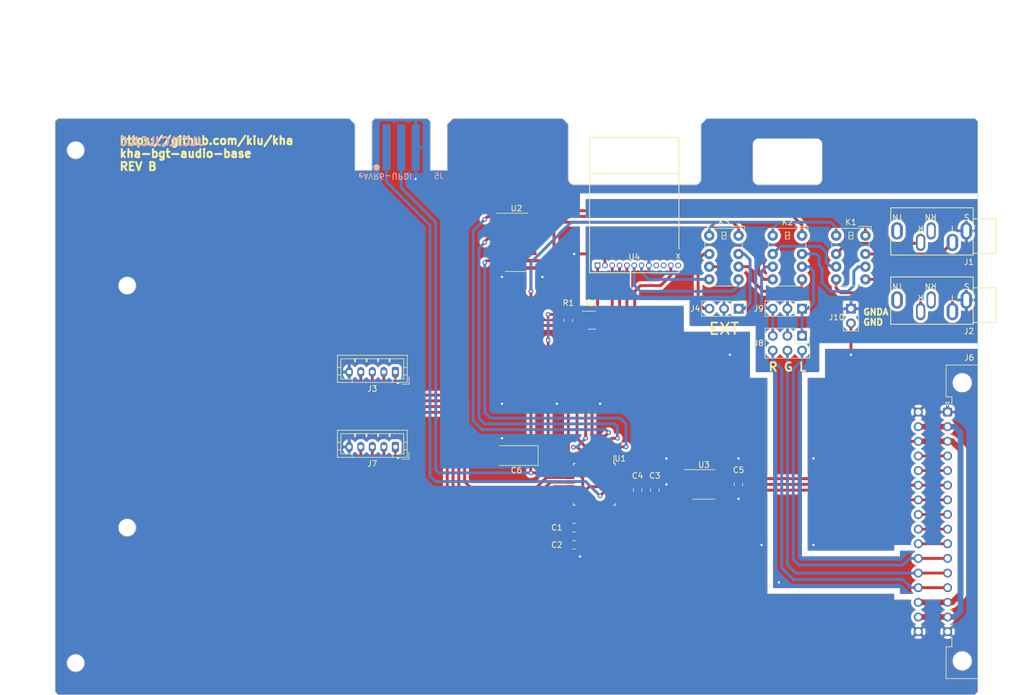
<source format=kicad_pcb>
(kicad_pcb (version 20221018) (generator pcbnew)
  (layers (0 "F.Cu" signal) (31 "B.Cu" signal) (34 "B.Paste" user) (35 "F.Paste" user) (36 "B.SilkS" user "B.Silkscreen") (37 "F.SilkS" user "F.Silkscreen") (38 "B.Mask" user) (39 "F.Mask" user) (44 "Edge.Cuts" user))
  (net 0 "")
  (net 1 "GNDA")
  (net 2 "UPDI")
  (net 3 "AUDIO_LEFT")
  (net 4 "AUDIO_RIGHT")
  (net 5 "SR03")
  (net 6 "SR02")
  (net 7 "SR01")
  (net 8 "GND")
  (net 9 "+5V")
  (net 10 "R01")
  (net 11 "R02")
  (net 12 "R03")
  (net 13 "S_BT_VCC")
  (net 14 "Net-(J4-Pin_1)")
  (net 15 "Net-(J4-Pin_3)")
  (net 16 "BT_VCC")
  (net 17 "Net-(J1-PadT)")
  (net 18 "Net-(K1-Pad3)")
  (net 19 "Net-(J2-PadT)")
  (net 20 "Net-(J2-PadR)")
  (net 21 "Net-(K1-Pad6)")
  (net 22 "Net-(J1-PadR)")
  (net 23 "Net-(K2-Pad4)")
  (net 24 "Net-(K2-Pad5)")
  (net 25 "BUS_DIR")
  (net 26 "BUS_TX")
  (net 27 "BUS_RX")
  (net 28 "Net-(U4-LEFT)")
  (net 29 "Net-(U4-RIGHT)")
  (net 37 "BT_CON")
  (net 38 "BT_LNK")
  (net 39 "LED01")
  (net 40 "LED02")
  (net 41 "LED03")
  (net 42 "LED04")
  (net 43 "BTN01")
  (net 44 "BTN02")
  (net 45 "BTN03")
  (net 46 "BTN04")
  (net 55 "+12V")
  (net 56 "RS485_INT_A")
  (net 57 "RS485_INT_B")
  (net 58 "RS485_A")
  (net 59 "RS485_B")
  (net 60 "BUS01")
  (net 61 "BUS02")
  (net 62 "BUS03")
  (net 63 "BUS04")
  (net 64 "BUS05")
  (net 65 "BUS06")
  (net 66 "BT_RX")
  (net 67 "BT_TX")
  (footprint "kiu:Relay_DPDT_HDF4-5" (layer "F.Cu") (at 240.5125 60.3175 -90)
    (fp_text reference "K1")
    (fp_text value "HFD4/5")
  )
  (footprint "kiu:PJ-325C5" (layer "F.Cu") (at 254.075 59.625 180)
    (fp_text reference "J1")
    (fp_text value "AudioJack3")
  )
  (footprint "Capacitor_Tantalum_SMD:CP_EIA-6032-28_Kemet-C" (layer "F.Cu") (at 180 98.5 180)
    (fp_text reference "C6")
    (fp_text value "220uF")
  )
  (footprint "kiu:Relay_DPDT_HDF4-5" (layer "F.Cu") (at 229.5125 60.3175 -90)
    (fp_text reference "K2")
    (fp_text value "HFD4/5")
  )
  (footprint "Resistor_SMD:R_0805_2012Metric" (layer "F.Cu") (at 189 75 90)
    (fp_text reference "R1")
    (fp_text value "10k")
  )
  (footprint "kiu:KCX_BT_EMITTER_V1.7 12P" (layer "F.Cu") (at 200.42 55.02)
    (fp_text reference "U4")
    (fp_text value "KCX_BT_EMITTER_1.7")
  )
  (footprint "Capacitor_SMD:C_0805_2012Metric" (layer "F.Cu") (at 190 111)
    (fp_text reference "C1")
    (fp_text value "10nF")
  )
  (footprint "Connector_DIN:DIN41612_C2_2x16_Male_Horizontal_THT" (layer "F.Cu") (at 254.76 90.945 -90)
    (fp_text reference "J6")
    (fp_text value "DIN41612_02x16_AC")
  )
  (footprint "Connector_JST:JST_PH_B5B-PH-K_1x05_P2.00mm_Vertical" (layer "F.Cu") (at 159 84 180)
    (fp_text reference "J3")
    (fp_text value "Conn_01x05")
  )
  (footprint "Package_SO:SOIC-8_3.9x4.9mm_P1.27mm" (layer "F.Cu") (at 212.5 103.5)
    (fp_text reference "U3")
    (fp_text value "SP481E")
  )
  (footprint "Package_TO_SOT_SMD:SOT-23" (layer "F.Cu") (at 193.0625 75)
    (fp_text reference "Q1")
    (fp_text value "DMG2301L")
  )
  (footprint "Package_QFP:TQFP-32_7x7mm_P0.8mm" (layer "F.Cu") (at 193.5 103.5 -90)
    (fp_text reference "U1")
    (fp_text value "AVR64DD32")
  )
  (footprint "Capacitor_SMD:C_0805_2012Metric" (layer "F.Cu") (at 204 104.5 90)
    (fp_text reference "C3")
    (fp_text value "100nF")
  )
  (footprint "Capacitor_SMD:C_0805_2012Metric" (layer "F.Cu") (at 218.5 103.5 -90)
    (fp_text reference "C5")
    (fp_text value "100nF")
  )
  (footprint "Capacitor_SMD:C_0805_2012Metric" (layer "F.Cu") (at 201 104.5 90)
    (fp_text reference "C4")
    (fp_text value "10nF")
  )
  (footprint "Connector_PinHeader_2.54mm:PinHeader_2x03_P2.54mm_Vertical" (layer "F.Cu") (at 229.525 77.725 -90)
    (fp_text reference "J8")
    (fp_text value "Conn_02x03_Odd_Even")
  )
  (footprint "Connector_JST:JST_PH_B5B-PH-K_1x05_P2.00mm_Vertical" (layer "F.Cu") (at 159 97 180)
    (fp_text reference "J7")
    (fp_text value "Conn_01x05")
  )
  (footprint "kiu:Relay_DPDT_HDF4-5" (layer "F.Cu") (at 218.5125 60.3175 -90)
    (fp_text reference "K3")
    (fp_text value "HFD4/5")
  )
  (footprint "Connector_PinHeader_2.54mm:PinHeader_1x02_P2.54mm_Vertical" (layer "F.Cu") (at 238 73)
    (fp_text reference "J10")
    (fp_text value "1x02_Jumper")
  )
  (footprint "Package_SO:SOP-16_3.9x9.9mm_P1.27mm" (layer "F.Cu") (at 180 61.5)
    (fp_text reference "U2")
    (fp_text value "ULN2003")
  )
  (footprint "Capacitor_SMD:C_0805_2012Metric" (layer "F.Cu") (at 190 114)
    (fp_text reference "C2")
    (fp_text value "100nF")
  )
  (footprint "kiu:PJ-325C5" (layer "F.Cu") (at 254.075 71.625 180)
    (fp_text reference "J2")
    (fp_text value "AudioJack3")
  )
  (footprint "Connector_PinHeader_2.54mm:PinHeader_1x03_P2.54mm_Vertical" (layer "F.Cu") (at 218.54 73 -90)
    (fp_text reference "J4")
    (fp_text value "Conn_01x03")
  )
  (footprint "Connector_PinHeader_2.54mm:PinHeader_1x03_P2.54mm_Vertical" (layer "F.Cu") (at 229.525 73 -90)
    (fp_text reference "J9")
    (fp_text value "Conn_01x03")
  )
  (footprint "kiu-eAVR:eAVR6-UPDI-F" (layer "B.Cu") (at 160 40)
    (fp_text reference "J5")
    (fp_text value "AVR-UPDI-6" hide)
    (fp_line (start -5.08 0.5) (end -4.58 0) (stroke (width 0.12)) (layer "Edge.Cuts"))
    (fp_line (start -5.08 9) (end -5.08 0.5) (stroke (width 0.12)) (layer "Edge.Cuts"))
    (fp_line (start -4.58 0) (end 4.58 0) (stroke (width 0.12)) (layer "Edge.Cuts"))
    (fp_line (start 5.08 0.5) (end 4.58 0) (stroke (width 0.12)) (layer "Edge.Cuts"))
    (fp_line (start 5.08 9) (end 5.08 0.5) (stroke (width 0.12)) (layer "Edge.Cuts"))
  )
  (gr_line (start 233 50.5) (end 233 44.5) (stroke (width 0.1)) (layer "Edge.Cuts"))
  (gr_line (start 152 41) (end 151 40) (stroke (width 0.1)) (layer "Edge.Cuts"))
  (gr_circle (center 103.57 134.5) (end 105.07 134.5) (stroke (width 0.1)) (fill none) (layer "Edge.Cuts"))
  (gr_arc (start 222 51.5) (mid 221.292893 51.207107) (end 221 50.5) (stroke (width 0.1)) (layer "Edge.Cuts"))
  (gr_line (start 221 44.5) (end 221 50.5) (stroke (width 0.1)) (layer "Edge.Cuts"))
  (gr_line (start 212 50.5) (end 212 41) (stroke (width 0.1)) (layer "Edge.Cuts"))
  (gr_line (start 212 41) (end 213 40) (stroke (width 0.1)) (layer "Edge.Cuts"))
  (gr_line (start 154.92 49) (end 152 49) (stroke (width 0.1)) (layer "Edge.Cuts"))
  (gr_line (start 190 51.5) (end 211 51.5) (stroke (width 0.1)) (layer "Edge.Cuts"))
  (gr_arc (start 190 51.5) (mid 189.292893 51.207107) (end 189 50.5) (stroke (width 0.1)) (layer "Edge.Cuts"))
  (gr_line (start 259.5 140) (end 100.5 140) (stroke (width 0.1)) (layer "Edge.Cuts"))
  (gr_line (start 189 41) (end 189 50.5) (stroke (width 0.1)) (layer "Edge.Cuts"))
  (gr_line (start 189 41) (end 188 40) (stroke (width 0.1)) (layer "Edge.Cuts"))
  (gr_line (start 165.08 49) (end 168 49) (stroke (width 0.1)) (layer "Edge.Cuts"))
  (gr_arc (start 212 50.5) (mid 211.707107 51.207107) (end 211 51.5) (stroke (width 0.1)) (layer "Edge.Cuts"))
  (gr_line (start 100 139.5) (end 100 40.5) (stroke (width 0.1)) (layer "Edge.Cuts"))
  (gr_circle (center 112.5 69) (end 114 69) (stroke (width 0.1)) (fill none) (layer "Edge.Cuts"))
  (gr_line (start 100 139.5) (end 100.5 140) (stroke (width 0.1)) (layer "Edge.Cuts"))
  (gr_line (start 259.5 40) (end 260 40.5) (stroke (width 0.1)) (layer "Edge.Cuts"))
  (gr_arc (start 221 44.5) (mid 221.292893 43.792893) (end 222 43.5) (stroke (width 0.1)) (layer "Edge.Cuts"))
  (gr_line (start 152 49) (end 152 41) (stroke (width 0.1)) (layer "Edge.Cuts"))
  (gr_line (start 188 40) (end 169 40) (stroke (width 0.1)) (layer "Edge.Cuts"))
  (gr_line (start 100.5 40) (end 151 40) (stroke (width 0.1)) (layer "Edge.Cuts"))
  (gr_circle (center 103.57 45.5) (end 105.07 45.5) (stroke (width 0.1)) (fill none) (layer "Edge.Cuts"))
  (gr_line (start 259.5 140) (end 260 139.5) (stroke (width 0.1)) (layer "Edge.Cuts"))
  (gr_line (start 168 41) (end 169 40) (stroke (width 0.1)) (layer "Edge.Cuts"))
  (gr_line (start 260 40.5) (end 260 139.5) (stroke (width 0.1)) (layer "Edge.Cuts"))
  (gr_line (start 222 51.5) (end 232 51.5) (stroke (width 0.1)) (layer "Edge.Cuts"))
  (gr_line (start 100 40.5) (end 100.5 40) (stroke (width 0.1)) (layer "Edge.Cuts"))
  (gr_line (start 213 40) (end 259.5 40) (stroke (width 0.1)) (layer "Edge.Cuts"))
  (gr_line (start 232 43.5) (end 222 43.5) (stroke (width 0.1)) (layer "Edge.Cuts"))
  (gr_arc (start 233 50.5) (mid 232.707107 51.207107) (end 232 51.5) (stroke (width 0.1)) (layer "Edge.Cuts"))
  (gr_arc (start 232 43.5) (mid 232.707107 43.792893) (end 233 44.5) (stroke (width 0.1)) (layer "Edge.Cuts"))
  (gr_line (start 168 49) (end 168 41) (stroke (width 0.1)) (layer "Edge.Cuts"))
  (gr_circle (center 112.5 111) (end 114 111) (stroke (width 0.1)) (fill none) (layer "Edge.Cuts"))
  (gr_text "JLCJLCJLCJLC" (at 111 44) (layer "B.SilkS") (effects (font (size 1.4 1.4) (thickness 0.35) bold) (justify right mirror)))
  (gr_text "https://github.com/kiu/kha\nkha-bgt-audio-base\nREV B" (at 111 43) (layer "F.SilkS") (effects (font (size 1.4 1.4) (thickness 0.35) bold) (justify left top)))
  (gr_text "R G L" (at 227 84) (layer "F.SilkS") (effects (font (size 1.5 1.5) (thickness 0.3) bold) (justify bottom)))
  (gr_text "GNDA\nGND" (at 240 76) (layer "F.SilkS") (effects (font (size 1.1 1.1) (thickness 0.275) bold) (justify left bottom)))
  (gr_text "EXT" (at 216 76.5) (layer "F.SilkS") (effects (font (size 2 2) (thickness 0.3))))
  (segment (start 202.96 65.5) (end 202.96 64.04) (width 0.5) (layer "F.Cu") (net 1))
  (segment (start 202.96 65.5) (end 202.96 66.96) (width 0.5) (layer "F.Cu") (net 1))
  (via (at 225.5 120.5) (size 0.8) (drill 0.4) (layers "F.Cu" "B.Cu") (net 1))
  (segment (start 226.985 73) (end 226.985 71.515) (width 0.5) (layer "B.Cu") (net 1))
  (segment (start 203 65.5) (end 203 64.04) (width 0.5) (layer "B.Cu") (net 1))
  (segment (start 226.985 77.725) (end 226.985 73) (width 0.5) (layer "B.Cu") (net 1))
  (segment (start 202.96 65.5) (end 202.96 66.46) (width 0.5) (layer "B.Cu") (net 1))
  (segment (start 195.3 104.7) (end 194.5 105.5) (width 0.5) (layer "F.Cu") (net 2))
  (segment (start 197.75 104.7) (end 195.3 104.7) (width 0.5) (layer "F.Cu") (net 2))
  (via (at 194.5 105.5) (size 0.8) (drill 0.4) (layers "F.Cu" "B.Cu") (net 2))
  (segment (start 166 103) (end 192 103) (width 0.5) (layer "B.Cu") (net 2))
  (segment (start 192 103) (end 194.5 105.5) (width 0.5) (layer "B.Cu") (net 2))
  (segment (start 165 58.54) (end 165 102) (width 0.5) (layer "B.Cu") (net 2))
  (segment (start 157.46 45) (end 157.46 51) (width 0.5) (layer "B.Cu") (net 2))
  (segment (start 157.46 51) (end 165 58.54) (width 0.5) (layer "B.Cu") (net 2))
  (segment (start 165 102) (end 166 103) (width 0.5) (layer "B.Cu") (net 2))
  (segment (start 229.525 74.975) (end 229.525 77.725) (width 0.5) (layer "B.Cu") (net 3))
  (segment (start 231.5 66.5) (end 231.5 72) (width 0.5) (layer "B.Cu") (net 3))
  (segment (start 230.5 73) (end 231.5 72) (width 0.5) (layer "B.Cu") (net 3))
  (segment (start 230.7175 65.7175) (end 229.5125 65.7175) (width 0.5) (layer "B.Cu") (net 3))
  (segment (start 229.525 73) (end 229.525 74.975) (width 0.5) (layer "B.Cu") (net 3))
  (segment (start 229.525 73) (end 230.5 73) (width 0.5) (layer "B.Cu") (net 3))
  (segment (start 231.5 66.5) (end 230.7175 65.7175) (width 0.5) (layer "B.Cu") (net 3))
  (segment (start 223.5 73) (end 224.445 73) (width 0.5) (layer "B.Cu") (net 4))
  (segment (start 224.445 74.945) (end 224.445 77.725) (width 0.5) (layer "B.Cu") (net 4))
  (segment (start 222.5 66.5) (end 222.5 72) (width 0.5) (layer "B.Cu") (net 4))
  (segment (start 224.445 73) (end 224.445 74.945) (width 0.5) (layer "B.Cu") (net 4))
  (segment (start 224.4325 65.7175) (end 223.2825 65.7175) (width 0.5) (layer "B.Cu") (net 4))
  (segment (start 223.2825 65.7175) (end 222.5 66.5) (width 0.5) (layer "B.Cu") (net 4))
  (segment (start 222.5 72) (end 223.5 73) (width 0.5) (layer "B.Cu") (net 4))
  (segment (start 174.5 61.5) (end 174.5 61.365) (width 0.5) (layer "F.Cu") (net 5))
  (segment (start 194.7 99.25) (end 194.7 97.5) (width 0.5) (layer "F.Cu") (net 5))
  (segment (start 194.7 97.3) (end 196.5 95.5) (width 0.5) (layer "F.Cu") (net 5))
  (segment (start 177.5 60.865) (end 175 60.865) (width 0.5) (layer "F.Cu") (net 5))
  (segment (start 196.5 95.5) (end 197.5 95.5) (width 0.5) (layer "F.Cu") (net 5))
  (segment (start 174.5 61.365) (end 175 60.865) (width 0.5) (layer "F.Cu") (net 5))
  (segment (start 194.7 97.5) (end 194.7 97.3) (width 0.5) (layer "F.Cu") (net 5))
  (via (at 174.5 61.5) (size 0.8) (drill 0.4) (layers "F.Cu" "B.Cu") (net 5))
  (via (at 197.5 95.5) (size 0.8) (drill 0.4) (layers "F.Cu" "B.Cu") (net 5))
  (segment (start 197.5 93.5) (end 197 93) (width 0.5) (layer "B.Cu") (net 5))
  (segment (start 173.5 92) (end 173.5 62.5) (width 0.5) (layer "B.Cu") (net 5))
  (segment (start 173.5 62.5) (end 174.5 61.5) (width 0.5) (layer "B.Cu") (net 5))
  (segment (start 197 93) (end 174.5 93) (width 0.5) (layer "B.Cu") (net 5))
  (segment (start 174.5 93) (end 173.5 92) (width 0.5) (layer "B.Cu") (net 5))
  (segment (start 197.5 95.5) (end 197.5 93.5) (width 0.5) (layer "B.Cu") (net 5))
  (segment (start 177.5 64.675) (end 174.825 64.675) (width 0.5) (layer "F.Cu") (net 6))
  (segment (start 196.5 97) (end 199 97) (width 0.5) (layer "F.Cu") (net 6))
  (segment (start 195.5 99.25) (end 195.5 98) (width 0.5) (layer "F.Cu") (net 6))
  (segment (start 174.825 64.675) (end 174.5 65) (width 0.5) (layer "F.Cu") (net 6))
  (segment (start 195.5 98) (end 196.5 97) (width 0.5) (layer "F.Cu") (net 6))
  (via (at 199 97) (size 0.8) (drill 0.4) (layers "F.Cu" "B.Cu") (net 6))
  (via (at 174.5 65) (size 0.8) (drill 0.4) (layers "F.Cu" "B.Cu") (net 6))
  (segment (start 175.5 92) (end 174.5 91) (width 0.5) (layer "B.Cu") (net 6))
  (segment (start 199 93) (end 198 92) (width 0.5) (layer "B.Cu") (net 6))
  (segment (start 198 92) (end 175.5 92) (width 0.5) (layer "B.Cu") (net 6))
  (segment (start 199 97) (end 199 93) (width 0.5) (layer "B.Cu") (net 6))
  (segment (start 174.5 91) (end 174.5 65) (width 0.5) (layer "B.Cu") (net 6))
  (segment (start 193.9 99.25) (end 193.9 97) (width 0.5) (layer "F.Cu") (net 7))
  (segment (start 193.9 97) (end 193.9 96.6) (width 0.5) (layer "F.Cu") (net 7))
  (segment (start 193.9 96.6) (end 196 94.5) (width 0.5) (layer "F.Cu") (net 7))
  (segment (start 174.945 57.055) (end 174.5 57.5) (width 0.5) (layer "F.Cu") (net 7))
  (segment (start 177.5 57.055) (end 174.945 57.055) (width 0.5) (layer "F.Cu") (net 7))
  (via (at 196 94.5) (size 0.8) (drill 0.4) (layers "F.Cu" "B.Cu") (net 7))
  (via (at 174.5 57.5) (size 0.8) (drill 0.4) (layers "F.Cu" "B.Cu") (net 7))
  (segment (start 174 94) (end 172.5 92.5) (width 0.5) (layer "B.Cu") (net 7))
  (segment (start 195.5 94) (end 196 94.5) (width 0.5) (layer "B.Cu") (net 7))
  (segment (start 174 94) (end 195.5 94) (width 0.5) (layer "B.Cu") (net 7))
  (segment (start 172.5 59.5) (end 174.5 57.5) (width 0.5) (layer "B.Cu") (net 7))
  (segment (start 172.5 92.5) (end 172.5 59.5) (width 0.5) (layer "B.Cu") (net 7))
  (segment (start 202.55 103.55) (end 202.5 103.5) (width 0.5) (layer "F.Cu") (net 8))
  (segment (start 194.5 63.5) (end 194.17 63.5) (width 0.5) (layer "F.Cu") (net 8))
  (segment (start 192.3 109.65) (end 190.95 111) (width 0.5) (layer "F.Cu") (net 8))
  (segment (start 190.95 112.55) (end 190.95 114) (width 0.5) (layer "F.Cu") (net 8))
  (segment (start 202.5 103.5) (end 202.45 103.55) (width 0.5) (layer "F.Cu") (net 8))
  (segment (start 197.75 103.1) (end 200.55 103.1) (width 0.5) (layer "F.Cu") (net 8))
  (segment (start 190.95 111) (end 190.95 112.45) (width 0.5) (layer "F.Cu") (net 8))
  (segment (start 202.45 103.55) (end 201 103.55) (width 0.5) (layer "F.Cu") (net 8))
  (segment (start 204 103.55) (end 202.55 103.55) (width 0.5) (layer "F.Cu") (net 8))
  (segment (start 238 75.54) (end 238 81) (width 0.5) (layer "F.Cu") (net 8))
  (segment (start 195.34 64.34) (end 194.5 63.5) (width 0.5) (layer "F.Cu") (net 8))
  (segment (start 195.34 65.5) (end 195.34 64.34) (width 0.5) (layer "F.Cu") (net 8))
  (segment (start 191 112.5) (end 190.95 112.55) (width 0.5) (layer "F.Cu") (net 8))
  (segment (start 200.55 103.1) (end 201 103.55) (width 0.5) (layer "F.Cu") (net 8))
  (segment (start 190.95 112.45) (end 191 112.5) (width 0.5) (layer "F.Cu") (net 8))
  (segment (start 192.3 107.75) (end 192.3 109.65) (width 0.5) (layer "F.Cu") (net 8))
  (segment (start 194.17 63.5) (end 190 63.5) (width 0.5) (layer "F.Cu") (net 8))
  (via (at 231.5 99) (size 0.8) (drill 0.4) (layers "F.Cu" "B.Cu") (net 8))
  (via (at 162.5 50.5) (size 0.8) (drill 0.4) (layers "F.Cu" "B.Cu") (net 8))
  (via (at 194.5 89.5) (size 0.8) (drill 0.4) (layers "F.Cu" "B.Cu") (net 8))
  (via (at 217 81) (size 0.8) (drill 0.4) (layers "F.Cu" "B.Cu") (net 8))
  (via (at 231.5 114) (size 0.8) (drill 0.4) (layers "F.Cu" "B.Cu") (net 8))
  (via (at 184.5 67.5) (size 0.8) (drill 0.4) (layers "F.Cu" "B.Cu") (net 8))
  (via (at 177.5 95.5) (size 0.8) (drill 0.4) (layers "F.Cu" "B.Cu") (net 8))
  (via (at 218.5 99) (size 0.8) (drill 0.4) (layers "F.Cu" "B.Cu") (net 8))
  (via (at 218.5 106) (size 0.8) (drill 0.4) (layers "F.Cu" "B.Cu") (net 8))
  (via (at 177.5 89.5) (size 0.8) (drill 0.4) (layers "F.Cu" "B.Cu") (net 8))
  (via (at 187 89.5) (size 0.8) (drill 0.4) (layers "F.Cu" "B.Cu") (net 8))
  (via (at 190 63.5) (size 0.8) (drill 0.4) (layers "F.Cu" "B.Cu") (net 8))
  (via (at 177.5 67.5) (size 0.8) (drill 0.4) (layers "F.Cu" "B.Cu") (net 8))
  (via (at 238 81) (size 0.8) (drill 0.4) (layers "F.Cu" "B.Cu") (net 8))
  (via (at 206 103.5) (size 0.8) (drill 0.4) (layers "F.Cu" "B.Cu") (net 8))
  (via (at 191 116) (size 0.8) (drill 0.4) (layers "F.Cu" "B.Cu") (net 8))
  (via (at 222.5 114) (size 0.8) (drill 0.4) (layers "F.Cu" "B.Cu") (net 8))
  (via (at 206 99) (size 0.8) (drill 0.4) (layers "F.Cu" "B.Cu") (net 8))
  (segment (start 182.5 65.945) (end 182.5 70) (width 0.5) (layer "F.Cu") (net 9))
  (segment (start 256.025 96.525) (end 257 97.5) (width 1) (layer "F.Cu") (net 9))
  (segment (start 247.5 97.025) (end 247.5 101.5) (width 0.5) (layer "F.Cu") (net 9))
  (segment (start 191.5 102.45) (end 191.5 105) (width 0.5) (layer "F.Cu") (net 9))
  (segment (start 189.05 114) (end 189.05 111) (width 0.5) (layer "F.Cu") (net 9))
  (segment (start 211.75 106.25) (end 211 107) (width 0.5) (layer "F.Cu") (net 9))
  (segment (start 189.25 101.5) (end 190.55 101.5) (width 0.5) (layer "F.Cu") (net 9))
  (segment (start 255.535 123.965) (end 257 122.5) (width 1) (layer "F.Cu") (net 9))
  (segment (start 192.125 75.95) (end 189.0375 75.95) (width 0.5) (layer "F.Cu") (net 9))
  (segment (start 249.58 95.925) (end 249.68 96.025) (width 1) (layer "F.Cu") (net 9))
  (segment (start 191.05 109.5) (end 190.55 109.5) (width 0.5) (layer "F.Cu") (net 9))
  (segment (start 254.76 123.965) (end 249.68 123.965) (width 1) (layer "F.Cu") (net 9))
  (segment (start 198.9 103.9) (end 200.45 105.45) (width 0.5) (layer "F.Cu") (net 9))
  (segment (start 189.0375 75.95) (end 189 75.9125) (width 0.5) (layer "F.Cu") (net 9))
  (segment (start 211 107) (end 205.55 107) (width 0.5) (layer "F.Cu") (net 9))
  (segment (start 197.75 103.9) (end 192.6 103.9) (width 0.5) (layer "F.Cu") (net 9))
  (segment (start 182.5 70) (end 182.5 75) (width 0.5) (layer "F.Cu") (net 9))
  (segment (start 192.6 103.9) (end 191.5 105) (width 0.5) (layer "F.Cu") (net 9))
  (segment (start 257 103.903) (end 257 122.5) (width 1) (layer "F.Cu") (net 9))
  (segment (start 190.55 109.5) (end 189.05 111) (width 0.5) (layer "F.Cu") (net 9))
  (segment (start 182.4625 98.5) (end 182.4625 101.4625) (width 0.5) (layer "F.Cu") (net 9))
  (segment (start 255.5 96) (end 256.025 96.525) (width 1) (layer "F.Cu") (net 9))
  (segment (start 254.76 96.025) (end 254.785 96) (width 1) (layer "F.Cu") (net 9))
  (segment (start 205.55 107) (end 204 105.45) (width 0.5) (layer "F.Cu") (net 9))
  (segment (start 182.5 84.5) (end 182.5 99) (width 0.5) (layer "F.Cu") (net 9))
  (segment (start 217.545 101.595) (end 218.5 102.55) (width 0.5) (layer "F.Cu") (net 9))
  (segment (start 183.4125 75.9125) (end 182.5 75) (width 0.5) (layer "F.Cu") (net 9))
  (segment (start 201 105.45) (end 204 105.45) (width 0.5) (layer "F.Cu") (net 9))
  (segment (start 197.75 103.9) (end 198.9 103.9) (width 0.5) (layer "F.Cu") (net 9))
  (segment (start 191.5 109.05) (end 191.05 109.5) (width 0.5) (layer "F.Cu") (net 9))
  (segment (start 257 97.5) (end 257 103.903) (width 1) (layer "F.Cu") (net 9))
  (segment (start 254.785 96) (end 255.5 96) (width 1) (layer "F.Cu") (net 9))
  (segment (start 249.68 96.025) (end 248.5 96.025) (width 0.5) (layer "F.Cu") (net 9))
  (segment (start 254.76 123.965) (end 255.535 123.965) (width 1) (layer "F.Cu") (net 9))
  (segment (start 211.75 103.5) (end 211.75 106.25) (width 0.5) (layer "F.Cu") (net 9))
  (segment (start 189.25 101.5) (end 185 101.5) (width 0.5) (layer "F.Cu") (net 9))
  (segment (start 214.975 101.595) (end 213.655 101.595) (width 0.5) (layer "F.Cu") (net 9))
  (segment (start 189 75.9125) (end 183.4125 75.9125) (width 0.5) (layer "F.Cu") (net 9))
  (segment (start 182.5 75) (end 182.5 84.5) (width 0.5) (layer "F.Cu") (net 9))
  (segment (start 182.4625 101.4625) (end 182.5 101.5) (width 0.5) (layer "F.Cu") (net 9))
  (segment (start 191.5 107.75) (end 191.5 109.05) (width 0.5) (layer "F.Cu") (net 9))
  (segment (start 218.55 102.5) (end 218.5 102.55) (width 0.5) (layer "F.Cu") (net 9))
  (segment (start 200.45 105.45) (end 201 105.45) (width 0.5) (layer "F.Cu") (net 9))
  (segment (start 213.655 101.595) (end 211.75 103.5) (width 0.5) (layer "F.Cu") (net 9))
  (segment (start 248.5 96.025) (end 247.5 97.025) (width 0.5) (layer "F.Cu") (net 9))
  (segment (start 190.55 101.5) (end 191.5 102.45) (width 0.5) (layer "F.Cu") (net 9))
  (segment (start 191.5 105) (end 191.5 107.75) (width 0.5) (layer "F.Cu") (net 9))
  (segment (start 214.975 101.595) (end 217.545 101.595) (width 0.5) (layer "F.Cu") (net 9))
  (segment (start 185 101.5) (end 182.5 101.5) (width 0.5) (layer "F.Cu") (net 9))
  (segment (start 246.5 102.5) (end 218.55 102.5) (width 0.5) (layer "F.Cu") (net 9))
  (segment (start 254.76 96.025) (end 249.68 96.025) (width 1) (layer "F.Cu") (net 9))
  (segment (start 247.5 101.5) (end 246.5 102.5) (width 0.5) (layer "F.Cu") (net 9))
  (via (at 182.5 70) (size 0.8) (drill 0.4) (layers "F.Cu" "B.Cu") (net 9))
  (via (at 182.5 101.5) (size 0.8) (drill 0.4) (layers "F.Cu" "B.Cu") (net 9))
  (segment (start 189.5 58) (end 182.5 65) (width 0.5) (layer "B.Cu") (net 9))
  (segment (start 214.5 58) (end 189.5 58) (width 0.5) (layer "B.Cu") (net 9))
  (segment (start 234.5 58) (end 235.4325 58.9325) (width 0.5) (layer "B.Cu") (net 9))
  (segment (start 225.5 58) (end 234.5 58) (width 0.5) (layer "B.Cu") (net 9))
  (segment (start 225.5 58) (end 214.5 58) (width 0.5) (layer "B.Cu") (net 9))
  (segment (start 224.4325 59.0675) (end 224.4325 60.3175) (width 0.5) (layer "B.Cu") (net 9))
  (segment (start 182.5 101.5) (end 166.5 101.5) (width 0.5) (layer "B.Cu") (net 9))
  (segment (start 166 58) (end 160 52) (width 0.5) (layer "B.Cu") (net 9))
  (segment (start 235.4325 58.9325) (end 235.4325 60.3175) (width 0.5) (layer "B.Cu") (net 9))
  (segment (start 182.5 65) (end 182.5 70) (width 0.5) (layer "B.Cu") (net 9))
  (segment (start 213.4325 59.0675) (end 213.4325 60.3175) (width 0.5) (layer "B.Cu") (net 9))
  (segment (start 166.5 101.5) (end 166 101) (width 0.5) (layer "B.Cu") (net 9))
  (segment (start 225.5 58) (end 224.4325 59.0675) (width 0.5) (layer "B.Cu") (net 9))
  (segment (start 160 52) (end 160 45) (width 0.5) (layer "B.Cu") (net 9))
  (segment (start 166 101) (end 166 58) (width 0.5) (layer "B.Cu") (net 9))
  (segment (start 214.5 58) (end 213.4325 59.0675) (width 0.5) (layer "B.Cu") (net 9))
  (segment (start 240.5125 57.0125) (end 240.5125 60.3175) (width 0.5) (layer "F.Cu") (net 10))
  (segment (start 184.445 57.055) (end 185.5 56) (width 0.5) (layer "F.Cu") (net 10))
  (segment (start 185.5 56) (end 239.5 56) (width 0.5) (layer "F.Cu") (net 10))
  (segment (start 182.5 57.055) (end 184.445 57.055) (width 0.5) (layer "F.Cu") (net 10))
  (segment (start 239.5 56) (end 240.5125 57.0125) (width 0.5) (layer "F.Cu") (net 10))
  (segment (start 218.5125 59.0125) (end 218.5125 60.3175) (width 0.5) (layer "F.Cu") (net 11))
  (segment (start 186.5 64) (end 185.825 64.675) (width 0.5) (layer "F.Cu") (net 11))
  (segment (start 188 58) (end 217.5 58) (width 0.5) (layer "F.Cu") (net 11))
  (segment (start 186.5 59.5) (end 186.5 64) (width 0.5) (layer "F.Cu") (net 11))
  (segment (start 187 59) (end 188 58) (width 0.5) (layer "F.Cu") (net 11))
  (segment (start 185.825 64.675) (end 182.5 64.675) (width 0.5) (layer "F.Cu") (net 11))
  (segment (start 187 59) (end 186.5 59.5) (width 0.5) (layer "F.Cu") (net 11))
  (segment (start 217.5 58) (end 218.5125 59.0125) (width 0.5) (layer "F.Cu") (net 11))
  (segment (start 186.5 57) (end 228 57) (width 0.5) (layer "F.Cu") (net 12))
  (segment (start 228 57) (end 229.5125 58.5125) (width 0.5) (layer "F.Cu") (net 12))
  (segment (start 182.5 60.865) (end 184.635 60.865) (width 0.5) (layer "F.Cu") (net 12))
  (segment (start 184.635 60.865) (end 185 60.5) (width 0.5) (layer "F.Cu") (net 12))
  (segment (start 185 60.5) (end 185 58.5) (width 0.5) (layer "F.Cu") (net 12))
  (segment (start 229.5125 58.5125) (end 229.5125 60.3175) (width 0.5) (layer "F.Cu") (net 12))
  (segment (start 185 58.5) (end 186.5 57) (width 0.5) (layer "F.Cu") (net 12))
  (segment (start 185.5 99) (end 185.5 78.5) (width 0.5) (layer "F.Cu") (net 13))
  (segment (start 188.9125 74) (end 185.5 74) (width 0.5) (layer "F.Cu") (net 13))
  (segment (start 187.2 100.7) (end 185.5 99) (width 0.5) (layer "F.Cu") (net 13))
  (segment (start 192.125 74.05) (end 189.0375 74.05) (width 0.5) (layer "F.Cu") (net 13))
  (segment (start 189 74.0875) (end 188.9125 74) (width 0.5) (layer "F.Cu") (net 13))
  (segment (start 189.25 100.7) (end 187.2 100.7) (width 0.5) (layer "F.Cu") (net 13))
  (segment (start 189.0375 74.05) (end 189 74.0875) (width 0.5) (layer "F.Cu") (net 13))
  (via (at 185.5 78.5) (size 0.8) (drill 0.4) (layers "F.Cu" "B.Cu") (net 13))
  (via (at 185.5 74) (size 0.8) (drill 0.4) (layers "F.Cu" "B.Cu") (net 13))
  (segment (start 185.5 75) (end 185.5 74) (width 0.5) (layer "B.Cu") (net 13))
  (segment (start 185.5 75) (end 185.5 78.5) (width 0.5) (layer "B.Cu") (net 13))
  (segment (start 219.5175 63.5175) (end 220.5 64.5) (width 0.5) (layer "B.Cu") (net 14))
  (segment (start 220.5 64.5) (end 220.5 72) (width 0.5) (layer "B.Cu") (net 14))
  (segment (start 220.5 72) (end 219.5 73) (width 0.5) (layer "B.Cu") (net 14))
  (segment (start 219.5 73) (end 218.54 73) (width 0.5) (layer "B.Cu") (net 14))
  (segment (start 218.5125 63.5175) (end 219.5175 63.5175) (width 0.5) (layer "B.Cu") (net 14))
  (segment (start 213.4325 63.5175) (end 212.4825 63.5175) (width 0.5) (layer "F.Cu") (net 15))
  (segment (start 211.5 64.5) (end 211.5 72) (width 0.5) (layer "F.Cu") (net 15))
  (segment (start 211.5 72) (end 212.5 73) (width 0.5) (layer "F.Cu") (net 15))
  (segment (start 212.4825 63.5175) (end 211.5 64.5) (width 0.5) (layer "F.Cu") (net 15))
  (segment (start 212.5 73) (end 213.46 73) (width 0.5) (layer "F.Cu") (net 15))
  (segment (start 194.07 74.93) (end 194 75) (width 0.5) (layer "F.Cu") (net 16))
  (segment (start 194.07 65.5) (end 194.07 74.93) (width 0.5) (layer "F.Cu") (net 16))
  (segment (start 240.5125 63.5175) (end 253.5825 63.5175) (width 0.5) (layer "F.Cu") (net 17))
  (segment (start 253.5825 63.5175) (end 255.6 61.5) (width 0.5) (layer "F.Cu") (net 17))
  (segment (start 232.5 64) (end 232.5 65.5) (width 0.5) (layer "B.Cu") (net 18))
  (segment (start 232.0175 63.5175) (end 232.5 64) (width 0.5) (layer "B.Cu") (net 18))
  (segment (start 229.5125 63.5175) (end 232.0175 63.5175) (width 0.5) (layer "B.Cu") (net 18))
  (segment (start 233 68.5) (end 233 66) (width 0.5) (layer "B.Cu") (net 18))
  (segment (start 238.5 66.5) (end 239.2825 65.7175) (width 0.5) (layer "B.Cu") (net 18))
  (segment (start 233 68.5) (end 234.5 70) (width 0.5) (layer "B.Cu") (net 18))
  (segment (start 233 66) (end 232.5 65.5) (width 0.5) (layer "B.Cu") (net 18))
  (segment (start 234.5 70) (end 237.5 70) (width 0.5) (layer "B.Cu") (net 18))
  (segment (start 237.5 70) (end 238.5 69) (width 0.5) (layer "B.Cu") (net 18))
  (segment (start 239.2825 65.7175) (end 240.5125 65.7175) (width 0.5) (layer "B.Cu") (net 18))
  (segment (start 238.5 69) (end 238.5 66.5) (width 0.5) (layer "B.Cu") (net 18))
  (segment (start 240.5125 67.9175) (end 253.9175 67.9175) (width 0.5) (layer "F.Cu") (net 19))
  (segment (start 253.9175 67.9175) (end 255.6 69.6) (width 0.5) (layer "F.Cu") (net 19))
  (segment (start 255.6 69.6) (end 255.6 73.5) (width 0.5) (layer "F.Cu") (net 19))
  (segment (start 235.4325 67.9175) (end 235.4325 69.4325) (width 0.5) (layer "F.Cu") (net 20))
  (segment (start 249 69) (end 250.08 70.08) (width 0.5) (layer "F.Cu") (net 20))
  (segment (start 236.2425 70.2425) (end 241.7575 70.2425) (width 0.5) (layer "F.Cu") (net 20))
  (segment (start 250.08 70.08) (end 250.08 73.5) (width 0.5) (layer "F.Cu") (net 20))
  (segment (start 243 69) (end 249 69) (width 0.5) (layer "F.Cu") (net 20))
  (segment (start 241.7575 70.2425) (end 243 69) (width 0.5) (layer "F.Cu") (net 20))
  (segment (start 235.4325 69.4325) (end 236.2425 70.2425) (width 0.5) (layer "F.Cu") (net 20))
  (segment (start 233.7175 63.2175) (end 233.7175 64.935) (width 0.5) (layer "B.Cu") (net 21))
  (segment (start 232.6675 62.1675) (end 233.7175 63.2175) (width 0.5) (layer "B.Cu") (net 21))
  (segment (start 233.7175 64.935) (end 234.5 65.7175) (width 0.5) (layer "B.Cu") (net 21))
  (segment (start 225.7825 62.1675) (end 232.6675 62.1675) (width 0.5) (layer "B.Cu") (net 21))
  (segment (start 234.5 65.7175) (end 235.4325 65.7175) (width 0.5) (layer "B.Cu") (net 21))
  (segment (start 224.4325 63.5175) (end 225.7825 62.1675) (width 0.5) (layer "B.Cu") (net 21))
  (segment (start 235.4325 63.5175) (end 237.2825 61.6675) (width 0.5) (layer "F.Cu") (net 22))
  (segment (start 237.2825 61.6675) (end 249.9125 61.6675) (width 0.5) (layer "F.Cu") (net 22))
  (segment (start 249.9125 61.6675) (end 250.08 61.5) (width 0.5) (layer "F.Cu") (net 22))
  (segment (start 229.5 69) (end 229.5125 69) (width 0.5) (layer "F.Cu") (net 23))
  (segment (start 229.5125 69) (end 229.5125 67.9175) (width 0.5) (layer "F.Cu") (net 23))
  (segment (start 220.2175 65.7175) (end 221 66.5) (width 0.5) (layer "F.Cu") (net 23))
  (segment (start 222.795 70) (end 228.5 70) (width 0.5) (layer "F.Cu") (net 23))
  (segment (start 221 68.205) (end 222.795 70) (width 0.5) (layer "F.Cu") (net 23))
  (segment (start 218.5125 65.7175) (end 220.2175 65.7175) (width 0.5) (layer "F.Cu") (net 23))
  (segment (start 228.5 70) (end 229.5 69) (width 0.5) (layer "F.Cu") (net 23))
  (segment (start 221 66.5) (end 221 68.205) (width 0.5) (layer "F.Cu") (net 23))
  (segment (start 221 62) (end 217.15 62) (width 0.5) (layer "F.Cu") (net 24))
  (segment (start 215.825 65.175) (end 215.825 63.325) (width 0.5) (layer "F.Cu") (net 24))
  (segment (start 222 63) (end 221 62) (width 0.5) (layer "F.Cu") (net 24))
  (segment (start 213.4325 65.7175) (end 215.2825 65.7175) (width 0.5) (layer "F.Cu") (net 24))
  (segment (start 224.4325 67.9175) (end 222.9175 67.9175) (width 0.5) (layer "F.Cu") (net 24))
  (segment (start 222 67) (end 222 63) (width 0.5) (layer "F.Cu") (net 24))
  (segment (start 222.9175 67.9175) (end 222 67) (width 0.5) (layer "F.Cu") (net 24))
  (segment (start 217.15 62) (end 215.825 63.325) (width 0.5) (layer "F.Cu") (net 24))
  (segment (start 215.2825 65.7175) (end 215.825 65.175) (width 0.5) (layer "F.Cu") (net 24))
  (segment (start 211.5 100.5) (end 212 101) (width 0.5) (layer "F.Cu") (net 25))
  (segment (start 200.25 100.5) (end 211.5 100.5) (width 0.5) (layer "F.Cu") (net 25))
  (segment (start 199 99.25) (end 200.25 100.5) (width 0.5) (layer "F.Cu") (net 25))
  (segment (start 212 101) (end 212 102) (width 0.5) (layer "F.Cu") (net 25))
  (segment (start 210.025 102.865) (end 210.025 104.135) (width 0.5) (layer "F.Cu") (net 25))
  (segment (start 211.135 102.865) (end 210.025 102.865) (width 0.5) (layer "F.Cu") (net 25))
  (segment (start 212 102) (end 211.135 102.865) (width 0.5) (layer "F.Cu") (net 25))
  (segment (start 196.3 99.25) (end 199 99.25) (width 0.5) (layer "F.Cu") (net 25))
  (segment (start 208 103) (end 208 104.905) (width 0.5) (layer "F.Cu") (net 26))
  (segment (start 208 104.905) (end 208.5 105.405) (width 0.5) (layer "F.Cu") (net 26))
  (segment (start 197.75 102.3) (end 207.3 102.3) (width 0.5) (layer "F.Cu") (net 26))
  (segment (start 208.5 105.405) (end 210.025 105.405) (width 0.5) (layer "F.Cu") (net 26))
  (segment (start 207.3 102.3) (end 208 103) (width 0.5) (layer "F.Cu") (net 26))
  (segment (start 209.93 101.5) (end 210.025 101.595) (width 0.5) (layer "F.Cu") (net 27))
  (segment (start 197.75 101.5) (end 209.93 101.5) (width 0.5) (layer "F.Cu") (net 27))
  (segment (start 201.5 70) (end 200.42 68.92) (width 0.5) (layer "B.Cu") (net 28))
  (segment (start 217.5 70) (end 201.5 70) (width 0.5) (layer "B.Cu") (net 28))
  (segment (start 218.5125 67.9175) (end 218.5125 69) (width 0.5) (layer "B.Cu") (net 28))
  (segment (start 218.5 69) (end 217.5 70) (width 0.5) (layer "B.Cu") (net 28))
  (segment (start 200.42 68.92) (end 200.42 65.5) (width 0.5) (layer "B.Cu") (net 28))
  (segment (start 218.5125 69) (end 218.5 69) (width 0.5) (layer "B.Cu") (net 28))
  (segment (start 201.69 66.69) (end 201.69 65.5) (width 0.5) (layer "B.Cu") (net 29))
  (segment (start 213.4325 67.9175) (end 202.9175 67.9175) (width 0.5) (layer "B.Cu") (net 29))
  (segment (start 202.9175 67.9175) (end 201.69 66.69) (width 0.5) (layer "B.Cu") (net 29))
  (segment (start 206.77 67.23) (end 206.77 65.5) (width 0.5) (layer "F.Cu") (net 37))
  (segment (start 205 69) (end 201.5 69) (width 0.5) (layer "F.Cu") (net 37))
  (segment (start 193.1 86.4) (end 193.1 99.25) (width 0.5) (layer "F.Cu") (net 37))
  (segment (start 201.5 69) (end 200.5 70) (width 0.5) (layer "F.Cu") (net 37))
  (segment (start 200.5 70) (end 200.5 79) (width 0.5) (layer "F.Cu") (net 37))
  (segment (start 200.5 79) (end 193.1 86.4) (width 0.5) (layer "F.Cu") (net 37))
  (segment (start 206.77 67.23) (end 205 69) (width 0.5) (layer "F.Cu") (net 37))
  (segment (start 196.61 77.89) (end 196.61 65.5) (width 0.5) (layer "F.Cu") (net 38))
  (segment (start 189.925 99.25) (end 190.7 99.25) (width 0.5) (layer "F.Cu") (net 38))
  (segment (start 196.61 77.89) (end 189 85.5) (width 0.5) (layer "F.Cu") (net 38))
  (segment (start 189 98.325) (end 189.925 99.25) (width 0.5) (layer "F.Cu") (net 38))
  (segment (start 189 85.5) (end 189 98.325) (width 0.5) (layer "F.Cu") (net 38))
  (segment (start 170 90) (end 170 104) (width 0.5) (layer "F.Cu") (net 39))
  (segment (start 169 89) (end 170 90) (width 0.5) (layer "F.Cu") (net 39))
  (segment (start 157 87) (end 159 89) (width 0.5) (layer "F.Cu") (net 39))
  (segment (start 157 84) (end 157 87) (width 0.5) (layer "F.Cu") (net 39))
  (segment (start 159 89) (end 169 89) (width 0.5) (layer "F.Cu") (net 39))
  (segment (start 171 105) (end 184 105) (width 0.5) (layer "F.Cu") (net 39))
  (segment (start 170 104) (end 171 105) (width 0.5) (layer "F.Cu") (net 39))
  (segment (start 184 105) (end 185.9 103.1) (width 0.5) (layer "F.Cu") (net 39))
  (segment (start 185.9 103.1) (end 189.25 103.1) (width 0.5) (layer "F.Cu") (net 39))
  (segment (start 168 106) (end 169 107) (width 0.5) (layer "F.Cu") (net 40))
  (segment (start 187.3 104.7) (end 189.25 104.7) (width 0.5) (layer "F.Cu") (net 40))
  (segment (start 169 107) (end 185 107) (width 0.5) (layer "F.Cu") (net 40))
  (segment (start 153 87) (end 157 91) (width 0.5) (layer "F.Cu") (net 40))
  (segment (start 185 107) (end 187.3 104.7) (width 0.5) (layer "F.Cu") (net 40))
  (segment (start 168 92) (end 168 106) (width 0.5) (layer "F.Cu") (net 40))
  (segment (start 167 91) (end 168 92) (width 0.5) (layer "F.Cu") (net 40))
  (segment (start 153 84) (end 153 87) (width 0.5) (layer "F.Cu") (net 40))
  (segment (start 157 91) (end 167 91) (width 0.5) (layer "F.Cu") (net 40))
  (segment (start 193.9 107.75) (end 193.9 111.9) (width 0.5) (layer "F.Cu") (net 41))
  (segment (start 194 118) (end 193 119) (width 0.5) (layer "F.Cu") (net 41))
  (segment (start 193.9 111.9) (end 194 112) (width 0.5) (layer "F.Cu") (net 41))
  (segment (start 193 119) (end 160 119) (width 0.5) (layer "F.Cu") (net 41))
  (segment (start 157 116) (end 157 97) (width 0.5) (layer "F.Cu") (net 41))
  (segment (start 194 118) (end 194 112) (width 0.5) (layer "F.Cu") (net 41))
  (segment (start 160 119) (end 157 116) (width 0.5) (layer "F.Cu") (net 41))
  (segment (start 154 100) (end 153 99) (width 0.5) (layer "F.Cu") (net 42))
  (segment (start 153 99) (end 153 97) (width 0.5) (layer "F.Cu") (net 42))
  (segment (start 195.5 107.75) (end 195.5 109.5) (width 0.5) (layer "F.Cu") (net 42))
  (segment (start 158 121) (end 154 117) (width 0.5) (layer "F.Cu") (net 42))
  (segment (start 196 110) (end 196 120) (width 0.5) (layer "F.Cu") (net 42))
  (segment (start 195.5 109.5) (end 196 110) (width 0.5) (layer "F.Cu") (net 42))
  (segment (start 196 120) (end 195 121) (width 0.5) (layer "F.Cu") (net 42))
  (segment (start 195 121) (end 158 121) (width 0.5) (layer "F.Cu") (net 42))
  (segment (start 154 117) (end 154 100) (width 0.5) (layer "F.Cu") (net 42))
  (segment (start 160 88) (end 170 88) (width 0.5) (layer "F.Cu") (net 43))
  (segment (start 171 103) (end 172 104) (width 0.5) (layer "F.Cu") (net 43))
  (segment (start 185.2 102.3) (end 189.25 102.3) (width 0.5) (layer "F.Cu") (net 43))
  (segment (start 183.5 104) (end 185.2 102.3) (width 0.5) (layer "F.Cu") (net 43))
  (segment (start 172 104) (end 183.5 104) (width 0.5) (layer "F.Cu") (net 43))
  (segment (start 159 84) (end 159 87) (width 0.5) (layer "F.Cu") (net 43))
  (segment (start 159 87) (end 160 88) (width 0.5) (layer "F.Cu") (net 43))
  (segment (start 170 88) (end 171 89) (width 0.5) (layer "F.Cu") (net 43))
  (segment (start 171 89) (end 171 103) (width 0.5) (layer "F.Cu") (net 43))
  (segment (start 158 90) (end 168 90) (width 0.5) (layer "F.Cu") (net 44))
  (segment (start 168 90) (end 169 91) (width 0.5) (layer "F.Cu") (net 44))
  (segment (start 155 84) (end 155 87) (width 0.5) (layer "F.Cu") (net 44))
  (segment (start 186.6 103.9) (end 189.25 103.9) (width 0.5) (layer "F.Cu") (net 44))
  (segment (start 184.5 106) (end 186.6 103.9) (width 0.5) (layer "F.Cu") (net 44))
  (segment (start 155 87) (end 158 90) (width 0.5) (layer "F.Cu") (net 44))
  (segment (start 169 105) (end 170 106) (width 0.5) (layer "F.Cu") (net 44))
  (segment (start 169 91) (end 169 105) (width 0.5) (layer "F.Cu") (net 44))
  (segment (start 170 106) (end 184.5 106) (width 0.5) (layer "F.Cu") (net 44))
  (segment (start 192 118) (end 161 118) (width 0.5) (layer "F.Cu") (net 45))
  (segment (start 193.1 116.9) (end 192 118) (width 0.5) (layer "F.Cu") (net 45))
  (segment (start 158 100) (end 159 99) (width 0.5) (layer "F.Cu") (net 45))
  (segment (start 161 118) (end 158 115) (width 0.5) (layer "F.Cu") (net 45))
  (segment (start 159 99) (end 159 97) (width 0.5) (layer "F.Cu") (net 45))
  (segment (start 158 115) (end 158 100) (width 0.5) (layer "F.Cu") (net 45))
  (segment (start 193.1 107.75) (end 193.1 116.9) (width 0.5) (layer "F.Cu") (net 45))
  (segment (start 195 119) (end 194 120) (width 0.5) (layer "F.Cu") (net 46))
  (segment (start 195 111) (end 195 119) (width 0.5) (layer "F.Cu") (net 46))
  (segment (start 194.7 110.7) (end 195 111) (width 0.5) (layer "F.Cu") (net 46))
  (segment (start 158.5 120) (end 155 116.5) (width 0.5) (layer "F.Cu") (net 46))
  (segment (start 194.7 107.75) (end 194.7 110.7) (width 0.5) (layer "F.Cu") (net 46))
  (segment (start 155 116.5) (end 155 97) (width 0.5) (layer "F.Cu") (net 46))
  (segment (start 194 120) (end 158.5 120) (width 0.5) (layer "F.Cu") (net 46))
  (segment (start 254.76 126.505) (end 249.68 126.505) (width 1) (layer "F.Cu") (net 55))
  (segment (start 254.76 93.485) (end 249.68 93.485) (width 1) (layer "F.Cu") (net 55))
  (segment (start 257 95) (end 257 125.5) (width 1) (layer "B.Cu") (net 55))
  (segment (start 257 94.5) (end 257 95) (width 1) (layer "B.Cu") (net 55))
  (segment (start 255.985 93.485) (end 257 94.5) (width 1) (layer "B.Cu") (net 55))
  (segment (start 254.76 126.505) (end 255.995 126.505) (width 1) (layer "B.Cu") (net 55))
  (segment (start 254.76 93.485) (end 255.985 93.485) (width 1) (layer "B.Cu") (net 55))
  (segment (start 255.995 126.505) (end 257 125.5) (width 1) (layer "B.Cu") (net 55))
  (segment (start 254.76 98.565) (end 249.68 98.565) (width 0.5) (layer "F.Cu") (net 56))
  (segment (start 254.76 101.105) (end 249.68 101.105) (width 0.5) (layer "F.Cu") (net 57))
  (segment (start 254.76 103.645) (end 249.68 103.645) (width 0.5) (layer "F.Cu") (net 58))
  (segment (start 217.735051 103.5) (end 248 103.5) (width 0.5) (layer "F.Cu") (net 58))
  (segment (start 214.975 104.135) (end 217.100051 104.135) (width 0.5) (layer "F.Cu") (net 58))
  (segment (start 217.100051 104.135) (end 217.735051 103.5) (width 0.5) (layer "F.Cu") (net 58))
  (segment (start 248 103.5) (end 248.145 103.645) (width 0.5) (layer "F.Cu") (net 58))
  (segment (start 248.145 103.645) (end 249.68 103.645) (width 0.5) (layer "F.Cu") (net 58))
  (segment (start 220.5 107.5) (end 213.5 107.5) (width 0.5) (layer "F.Cu") (net 59))
  (segment (start 221 107) (end 220.5 107.5) (width 0.5) (layer "F.Cu") (net 59))
  (segment (start 249.68 106.185) (end 248.185 106.185) (width 0.5) (layer "F.Cu") (net 59))
  (segment (start 248.185 106.185) (end 246.5 104.5) (width 0.5) (layer "F.Cu") (net 59))
  (segment (start 221 105) (end 221 107) (width 0.5) (layer "F.Cu") (net 59))
  (segment (start 254.76 106.185) (end 249.68 106.185) (width 0.5) (layer "F.Cu") (net 59))
  (segment (start 213 107) (end 213 103.5) (width 0.5) (layer "F.Cu") (net 59))
  (segment (start 246.5 104.5) (end 221.5 104.5) (width 0.5) (layer "F.Cu") (net 59))
  (segment (start 221.5 104.5) (end 221 105) (width 0.5) (layer "F.Cu") (net 59))
  (segment (start 213.5 107.5) (end 213 107) (width 0.5) (layer "F.Cu") (net 59))
  (segment (start 213.635 102.865) (end 214.975 102.865) (width 0.5) (layer "F.Cu") (net 59))
  (segment (start 213 103.5) (end 213.635 102.865) (width 0.5) (layer "F.Cu") (net 59))
  (segment (start 254.76 108.725) (end 249.68 108.725) (width 0.5) (layer "F.Cu") (net 60))
  (segment (start 254.76 111.265) (end 249.68 111.265) (width 0.5) (layer "F.Cu") (net 61))
  (segment (start 254.76 113.805) (end 249.68 113.805) (width 0.5) (layer "F.Cu") (net 62))
  (segment (start 254.76 116.345) (end 249.68 116.345) (width 0.5) (layer "F.Cu") (net 63))
  (segment (start 229.525 81.975) (end 229.525 80.265) (width 0.5) (layer "B.Cu") (net 63))
  (segment (start 247 117.5) (end 229 117.5) (width 0.5) (layer "B.Cu") (net 63))
  (segment (start 229 117.5) (end 228 116.5) (width 0.5) (layer "B.Cu") (net 63))
  (segment (start 249.68 116.345) (end 248.155 116.345) (width 0.5) (layer "B.Cu") (net 63))
  (segment (start 248.155 116.345) (end 247 117.5) (width 0.5) (layer "B.Cu") (net 63))
  (segment (start 228 116.5) (end 228 83.5) (width 0.5) (layer "B.Cu") (net 63))
  (segment (start 228 83.5) (end 229.525 81.975) (width 0.5) (layer "B.Cu") (net 63))
  (segment (start 254.76 118.885) (end 249.68 118.885) (width 0.5) (layer "F.Cu") (net 64))
  (segment (start 249.68 118.885) (end 228.385 118.885) (width 0.5) (layer "B.Cu") (net 64))
  (segment (start 228.385 118.885) (end 226.985 117.485) (width 0.5) (layer "B.Cu") (net 64))
  (segment (start 226.985 117.485) (end 226.985 80.265) (width 0.5) (layer "B.Cu") (net 64))
  (segment (start 254.76 121.425) (end 249.68 121.425) (width 0.5) (layer "F.Cu") (net 65))
  (segment (start 228 120) (end 226 118) (width 0.5) (layer "B.Cu") (net 65))
  (segment (start 248.425 121.425) (end 247 120) (width 0.5) (layer "B.Cu") (net 65))
  (segment (start 226 118) (end 226 83.5) (width 0.5) (layer "B.Cu") (net 65))
  (segment (start 247 120) (end 228 120) (width 0.5) (layer "B.Cu") (net 65))
  (segment (start 226 83.5) (end 224.445 81.945) (width 0.5) (layer "B.Cu") (net 65))
  (segment (start 249.68 121.425) (end 248.425 121.425) (width 0.5) (layer "B.Cu") (net 65))
  (segment (start 224.445 81.945) (end 224.445 80.265) (width 0.5) (layer "B.Cu") (net 65))
  (segment (start 190.5 95.5) (end 192.3 97.3) (width 0.5) (layer "F.Cu") (net 66))
  (segment (start 197.88 78.12) (end 197.88 65.5) (width 0.5) (layer "F.Cu") (net 66))
  (segment (start 190.5 85.5) (end 190.5 95.5) (width 0.5) (layer "F.Cu") (net 66))
  (segment (start 197.88 78.12) (end 190.5 85.5) (width 0.5) (layer "F.Cu") (net 66))
  (segment (start 192.3 97.3) (end 192.3 99.25) (width 0.5) (layer "F.Cu") (net 66))
  (segment (start 192 85.5) (end 192 95.5) (width 0.5) (layer "F.Cu") (net 67))
  (segment (start 191.5 97.95) (end 190.602997 97.052997) (width 0.5) (layer "F.Cu") (net 67))
  (segment (start 191.5 99.25) (end 191.5 97.95) (width 0.5) (layer "F.Cu") (net 67))
  (segment (start 199.15 78.35) (end 199.15 65.5) (width 0.5) (layer "F.Cu") (net 67))
  (segment (start 190.602997 97.052997) (end 189.869028 97.052997) (width 0.5) (layer "F.Cu") (net 67))
  (segment (start 192 85.5) (end 199.15 78.35) (width 0.5) (layer "F.Cu") (net 67))
  (via (at 192 95.5) (size 0.8) (drill 0.4) (layers "F.Cu" "B.Cu") (net 67))
  (via (at 189.869028 97.052997) (size 0.8) (drill 0.4) (layers "F.Cu" "B.Cu") (net 67))
  (segment (start 189.869028 97.052997) (end 190.447003 97.052997) (width 0.5) (layer "B.Cu") (net 67))
  (segment (start 190.447003 97.052997) (end 192 95.5) (width 0.5) (layer "B.Cu") (net 67))
  (zone (net 1) (net_name "GNDA") (layers "F&B.Cu") (connect_pads (clearance 0.5)) (min_thickness 0.25) (fill yes (thermal_gap 0.5) (thermal_bridge_width 0.5))
    (polygon (pts (xy 260 54) (xy 260 79) (xy 232.5 79) (xy 232.5 84) (xy 229.5 84) (xy 229.5 116) (xy 246.5 116) (xy 246.5 115) (xy 256 115) (xy 256 122.5) (xy 246.5 122.5) (xy 246.5 121.5) (xy 224.5 121.5) (xy 224.5 84) (xy 221.5 84) (xy 221.5 76) (xy 210 76) (xy 210 71.5) (xy 192 71.5) (xy 192 65) (xy 192 54)))
  )
  (zone (net 8) (net_name "GND") (layers "F&B.Cu") (priority 2) (connect_pads (clearance 0.5)) (min_thickness 0.25) (fill yes (thermal_gap 0.5) (thermal_bridge_width 0.5))
    (polygon (pts (xy 100.054455 40) (xy 260.054455 40) (xy 260.054455 53) (xy 191 53) (xy 191 72.5) (xy 209 72.5) (xy 209 77) (xy 220.5 77) (xy 220.5 85) (xy 223.5 85) (xy 223.5 122.5) (xy 245.5 122.5) (xy 245.5 123.5) (xy 257 123.5) (xy 257 114) (xy 245.5 114) (xy 245.5 115) (xy 230.5 115) (xy 230.5 85) (xy 233.5 85) (xy 233.5 80) (xy 260.054455 80) (xy 260.054455 140) (xy 100.054455 140)))
  )
)
</source>
